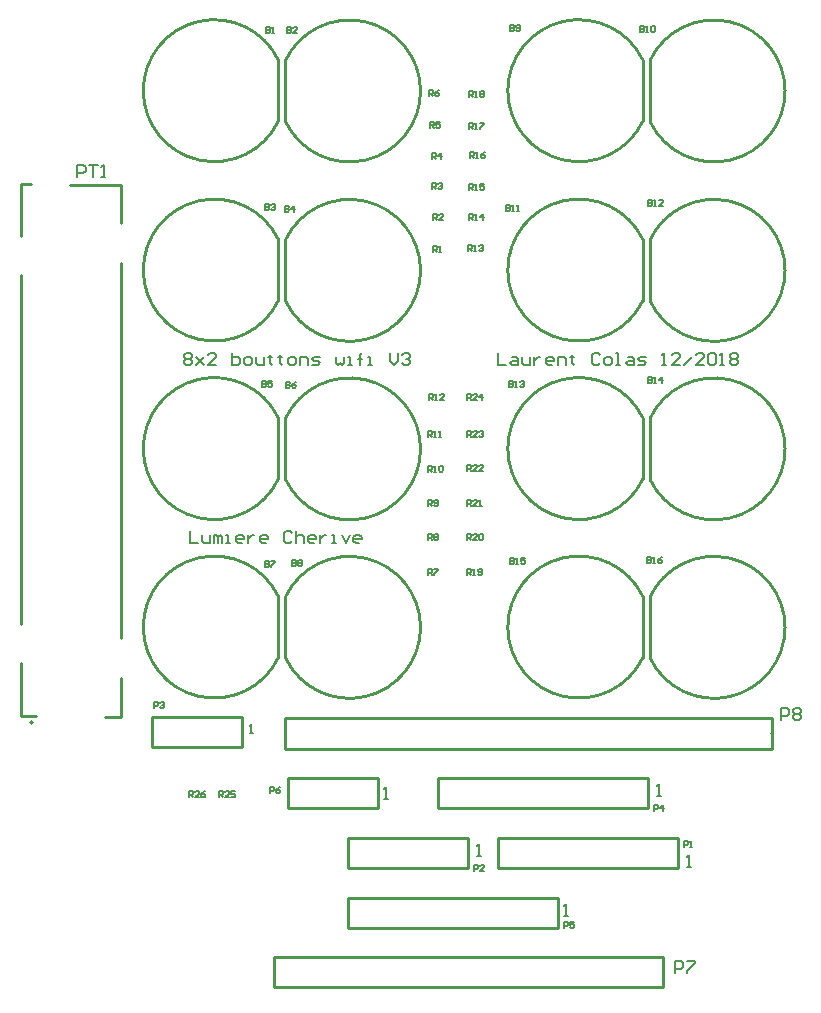
<source format=gto>
G04 Layer_Color=65535*
%FSLAX23Y23*%
%MOIN*%
G70*
G01*
G75*
%ADD12C,0.010*%
%ADD24C,0.006*%
%ADD25C,0.007*%
%ADD26C,0.008*%
D12*
X4195Y4815D02*
G03*
X4194Y5020I213J103D01*
G01*
X4170Y5022D02*
G03*
X4171Y4817I-213J-103D01*
G01*
X4195Y5410D02*
G03*
X4194Y5615I213J103D01*
G01*
X4170Y5617D02*
G03*
X4171Y5412I-213J-103D01*
G01*
X4195Y6005D02*
G03*
X4194Y6210I213J103D01*
G01*
X4170Y6212D02*
G03*
X4171Y6007I-213J-103D01*
G01*
X4195Y6603D02*
G03*
X4194Y6808I213J103D01*
G01*
X4170Y6810D02*
G03*
X4171Y6605I-213J-103D01*
G01*
X2980Y4815D02*
G03*
X2979Y5020I213J103D01*
G01*
X2955Y5022D02*
G03*
X2956Y4817I-213J-103D01*
G01*
X2980Y5410D02*
G03*
X2979Y5615I213J103D01*
G01*
X2955Y5617D02*
G03*
X2956Y5412I-213J-103D01*
G01*
X2980Y6005D02*
G03*
X2979Y6210I213J103D01*
G01*
X2955Y6212D02*
G03*
X2956Y6007I-213J-103D01*
G01*
X2980Y6603D02*
G03*
X2979Y6808I213J103D01*
G01*
X2955Y6810D02*
G03*
X2956Y6605I-213J-103D01*
G01*
X4237Y3718D02*
Y3820D01*
X2942D02*
X4237D01*
X2942Y3718D02*
Y3820D01*
Y3718D02*
X4237D01*
X4599Y4565D02*
X4600Y4564D01*
Y4513D02*
Y4564D01*
X2978Y4513D02*
X4600D01*
X2978D02*
Y4615D01*
X4600D01*
Y4564D02*
Y4615D01*
X2535Y4570D02*
Y4620D01*
X2835D01*
Y4520D02*
Y4620D01*
X2535Y4520D02*
X2835D01*
X2535D02*
Y4570D01*
X2989Y4365D02*
Y4415D01*
X3289D01*
Y4315D02*
Y4415D01*
X2989Y4315D02*
X3289D01*
X2989D02*
Y4365D01*
X3489Y4415D02*
X4189D01*
Y4315D02*
Y4415D01*
X3489Y4315D02*
X4189D01*
X3489D02*
Y4415D01*
X3189Y4015D02*
X3889D01*
Y3915D02*
Y4015D01*
X3189Y3915D02*
X3889D01*
X3189D02*
Y4015D01*
Y4115D02*
Y4215D01*
Y4115D02*
X3589D01*
Y4215D01*
X3189D02*
X3589D01*
X3689D02*
X4289D01*
Y4115D02*
Y4215D01*
X3689Y4115D02*
X4289D01*
X3689D02*
Y4215D01*
X4194Y4918D02*
Y5020D01*
Y4815D02*
Y4918D01*
X4171D02*
Y5022D01*
Y4817D02*
Y4918D01*
X4194Y5513D02*
Y5615D01*
Y5410D02*
Y5513D01*
X4171D02*
Y5617D01*
Y5412D02*
Y5513D01*
X4194Y6108D02*
Y6210D01*
Y6005D02*
Y6108D01*
X4171D02*
Y6212D01*
Y6007D02*
Y6108D01*
X4194Y6707D02*
Y6808D01*
Y6603D02*
Y6707D01*
X4171D02*
Y6810D01*
Y6605D02*
Y6707D01*
X2979Y4918D02*
Y5020D01*
Y4815D02*
Y4918D01*
X2956D02*
Y5022D01*
Y4817D02*
Y4918D01*
X2979Y5513D02*
Y5615D01*
Y5410D02*
Y5513D01*
X2956D02*
Y5617D01*
Y5412D02*
Y5513D01*
X2979Y6108D02*
Y6210D01*
Y6005D02*
Y6108D01*
X2956D02*
Y6212D01*
Y6007D02*
Y6108D01*
X2979Y6707D02*
Y6808D01*
Y6603D02*
Y6707D01*
X2956D02*
Y6810D01*
Y6605D02*
Y6707D01*
X2098Y4622D02*
Y4798D01*
Y4622D02*
X2148D01*
X2098Y4930D02*
Y6091D01*
Y6221D02*
Y6396D01*
X2132D01*
X2262Y6394D02*
X2430D01*
X2431Y4620D02*
Y4749D01*
X2378Y4620D02*
X2431D01*
Y4881D02*
X2432Y6132D01*
X2430Y6266D02*
Y6394D01*
D24*
X2138Y4602D02*
G03*
X2138Y4602I-5J0D01*
G01*
D25*
X2642Y5826D02*
X2649Y5833D01*
X2662D01*
X2669Y5826D01*
Y5820D01*
X2662Y5813D01*
X2669Y5806D01*
Y5800D01*
X2662Y5793D01*
X2649D01*
X2642Y5800D01*
Y5806D01*
X2649Y5813D01*
X2642Y5820D01*
Y5826D01*
X2649Y5813D02*
X2662D01*
X2682Y5820D02*
X2709Y5793D01*
X2695Y5806D01*
X2709Y5820D01*
X2682Y5793D01*
X2749D02*
X2722D01*
X2749Y5820D01*
Y5826D01*
X2742Y5833D01*
X2729D01*
X2722Y5826D01*
X2802Y5833D02*
Y5793D01*
X2822D01*
X2829Y5800D01*
Y5806D01*
Y5813D01*
X2822Y5820D01*
X2802D01*
X2849Y5793D02*
X2862D01*
X2869Y5800D01*
Y5813D01*
X2862Y5820D01*
X2849D01*
X2842Y5813D01*
Y5800D01*
X2849Y5793D01*
X2882Y5820D02*
Y5800D01*
X2889Y5793D01*
X2909D01*
Y5820D01*
X2929Y5826D02*
Y5820D01*
X2922D01*
X2935D01*
X2929D01*
Y5800D01*
X2935Y5793D01*
X2962Y5826D02*
Y5820D01*
X2955D01*
X2969D01*
X2962D01*
Y5800D01*
X2969Y5793D01*
X2995D02*
X3009D01*
X3015Y5800D01*
Y5813D01*
X3009Y5820D01*
X2995D01*
X2989Y5813D01*
Y5800D01*
X2995Y5793D01*
X3029D02*
Y5820D01*
X3049D01*
X3055Y5813D01*
Y5793D01*
X3069D02*
X3089D01*
X3095Y5800D01*
X3089Y5806D01*
X3075D01*
X3069Y5813D01*
X3075Y5820D01*
X3095D01*
X3149D02*
Y5800D01*
X3155Y5793D01*
X3162Y5800D01*
X3168Y5793D01*
X3175Y5800D01*
Y5820D01*
X3188Y5793D02*
X3202D01*
X3195D01*
Y5820D01*
X3188D01*
X3228Y5793D02*
Y5826D01*
Y5813D01*
X3222D01*
X3235D01*
X3228D01*
Y5826D01*
X3235Y5833D01*
X3255Y5793D02*
X3268D01*
X3262D01*
Y5820D01*
X3255D01*
X3328Y5833D02*
Y5806D01*
X3342Y5793D01*
X3355Y5806D01*
Y5833D01*
X3368Y5826D02*
X3375Y5833D01*
X3388D01*
X3395Y5826D01*
Y5820D01*
X3388Y5813D01*
X3382D01*
X3388D01*
X3395Y5806D01*
Y5800D01*
X3388Y5793D01*
X3375D01*
X3368Y5800D01*
X3688Y5833D02*
Y5793D01*
X3715D01*
X3735Y5820D02*
X3748D01*
X3755Y5813D01*
Y5793D01*
X3735D01*
X3728Y5800D01*
X3735Y5806D01*
X3755D01*
X3768Y5820D02*
Y5800D01*
X3775Y5793D01*
X3795D01*
Y5820D01*
X3808D02*
Y5793D01*
Y5806D01*
X3815Y5813D01*
X3822Y5820D01*
X3828D01*
X3868Y5793D02*
X3855D01*
X3848Y5800D01*
Y5813D01*
X3855Y5820D01*
X3868D01*
X3875Y5813D01*
Y5806D01*
X3848D01*
X3888Y5793D02*
Y5820D01*
X3908D01*
X3915Y5813D01*
Y5793D01*
X3935Y5826D02*
Y5820D01*
X3928D01*
X3942D01*
X3935D01*
Y5800D01*
X3942Y5793D01*
X4028Y5826D02*
X4022Y5833D01*
X4008D01*
X4002Y5826D01*
Y5800D01*
X4008Y5793D01*
X4022D01*
X4028Y5800D01*
X4048Y5793D02*
X4062D01*
X4068Y5800D01*
Y5813D01*
X4062Y5820D01*
X4048D01*
X4042Y5813D01*
Y5800D01*
X4048Y5793D01*
X4082D02*
X4095D01*
X4088D01*
Y5833D01*
X4082D01*
X4122Y5820D02*
X4135D01*
X4142Y5813D01*
Y5793D01*
X4122D01*
X4115Y5800D01*
X4122Y5806D01*
X4142D01*
X4155Y5793D02*
X4175D01*
X4182Y5800D01*
X4175Y5806D01*
X4162D01*
X4155Y5813D01*
X4162Y5820D01*
X4182D01*
X4235Y5793D02*
X4248D01*
X4241D01*
Y5833D01*
X4235Y5826D01*
X4295Y5793D02*
X4268D01*
X4295Y5820D01*
Y5826D01*
X4288Y5833D01*
X4275D01*
X4268Y5826D01*
X4308Y5793D02*
X4335Y5820D01*
X4375Y5793D02*
X4348D01*
X4375Y5820D01*
Y5826D01*
X4368Y5833D01*
X4355D01*
X4348Y5826D01*
X4388D02*
X4395Y5833D01*
X4408D01*
X4415Y5826D01*
Y5800D01*
X4408Y5793D01*
X4395D01*
X4388Y5800D01*
Y5826D01*
X4428Y5793D02*
X4441D01*
X4435D01*
Y5833D01*
X4428Y5826D01*
X4461D02*
X4468Y5833D01*
X4481D01*
X4488Y5826D01*
Y5820D01*
X4481Y5813D01*
X4488Y5806D01*
Y5800D01*
X4481Y5793D01*
X4468D01*
X4461Y5800D01*
Y5806D01*
X4468Y5813D01*
X4461Y5820D01*
Y5826D01*
X4468Y5813D02*
X4481D01*
X2660Y5240D02*
Y5200D01*
X2687D01*
X2700Y5227D02*
Y5207D01*
X2707Y5200D01*
X2727D01*
Y5227D01*
X2740Y5200D02*
Y5227D01*
X2747D01*
X2753Y5220D01*
Y5200D01*
Y5220D01*
X2760Y5227D01*
X2767Y5220D01*
Y5200D01*
X2780D02*
X2793D01*
X2787D01*
Y5227D01*
X2780D01*
X2833Y5200D02*
X2820D01*
X2813Y5207D01*
Y5220D01*
X2820Y5227D01*
X2833D01*
X2840Y5220D01*
Y5213D01*
X2813D01*
X2853Y5227D02*
Y5200D01*
Y5213D01*
X2860Y5220D01*
X2867Y5227D01*
X2873D01*
X2913Y5200D02*
X2900D01*
X2893Y5207D01*
Y5220D01*
X2900Y5227D01*
X2913D01*
X2920Y5220D01*
Y5213D01*
X2893D01*
X3000Y5233D02*
X2993Y5240D01*
X2980D01*
X2973Y5233D01*
Y5207D01*
X2980Y5200D01*
X2993D01*
X3000Y5207D01*
X3013Y5240D02*
Y5200D01*
Y5220D01*
X3020Y5227D01*
X3033D01*
X3040Y5220D01*
Y5200D01*
X3073D02*
X3060D01*
X3053Y5207D01*
Y5220D01*
X3060Y5227D01*
X3073D01*
X3080Y5220D01*
Y5213D01*
X3053D01*
X3093Y5227D02*
Y5200D01*
Y5213D01*
X3100Y5220D01*
X3107Y5227D01*
X3113D01*
X3133Y5200D02*
X3147D01*
X3140D01*
Y5227D01*
X3133D01*
X3167D02*
X3180Y5200D01*
X3193Y5227D01*
X3226Y5200D02*
X3213D01*
X3206Y5207D01*
Y5220D01*
X3213Y5227D01*
X3226D01*
X3233Y5220D01*
Y5213D01*
X3206D01*
D26*
X2929Y4365D02*
Y4385D01*
X2939D01*
X2942Y4382D01*
Y4375D01*
X2939Y4372D01*
X2929D01*
X2962Y4385D02*
X2956Y4382D01*
X2949Y4375D01*
Y4368D01*
X2952Y4365D01*
X2959D01*
X2962Y4368D01*
Y4372D01*
X2959Y4375D01*
X2949D01*
X4209Y4305D02*
Y4325D01*
X4219D01*
X4222Y4322D01*
Y4315D01*
X4219Y4312D01*
X4209D01*
X4239Y4305D02*
Y4325D01*
X4229Y4315D01*
X4242D01*
X4630Y4610D02*
Y4650D01*
X4650D01*
X4657Y4643D01*
Y4630D01*
X4650Y4623D01*
X4630D01*
X4670Y4643D02*
X4677Y4650D01*
X4690D01*
X4697Y4643D01*
Y4637D01*
X4690Y4630D01*
X4697Y4623D01*
Y4617D01*
X4690Y4610D01*
X4677D01*
X4670Y4617D01*
Y4623D01*
X4677Y4630D01*
X4670Y4637D01*
Y4643D01*
X4677Y4630D02*
X4690D01*
X4279Y3765D02*
Y3805D01*
X4299D01*
X4306Y3798D01*
Y3785D01*
X4299Y3778D01*
X4279D01*
X4319Y3805D02*
X4346D01*
Y3798D01*
X4319Y3772D01*
Y3765D01*
X2659Y4351D02*
Y4371D01*
X2669D01*
X2672Y4368D01*
Y4361D01*
X2669Y4358D01*
X2659D01*
X2666D02*
X2672Y4351D01*
X2692D02*
X2679D01*
X2692Y4364D01*
Y4368D01*
X2689Y4371D01*
X2682D01*
X2679Y4368D01*
X2712Y4371D02*
X2706Y4368D01*
X2699Y4361D01*
Y4354D01*
X2702Y4351D01*
X2709D01*
X2712Y4354D01*
Y4358D01*
X2709Y4361D01*
X2699D01*
X2759Y4351D02*
Y4371D01*
X2769D01*
X2772Y4368D01*
Y4361D01*
X2769Y4358D01*
X2759D01*
X2766D02*
X2772Y4351D01*
X2792D02*
X2779D01*
X2792Y4364D01*
Y4368D01*
X2789Y4371D01*
X2782D01*
X2779Y4368D01*
X2812Y4371D02*
X2799D01*
Y4361D01*
X2806Y4364D01*
X2809D01*
X2812Y4361D01*
Y4354D01*
X2809Y4351D01*
X2802D01*
X2799Y4354D01*
X3586Y5676D02*
Y5696D01*
X3596D01*
X3599Y5693D01*
Y5686D01*
X3596Y5683D01*
X3586D01*
X3593D02*
X3599Y5676D01*
X3619D02*
X3606D01*
X3619Y5689D01*
Y5693D01*
X3616Y5696D01*
X3609D01*
X3606Y5693D01*
X3636Y5676D02*
Y5696D01*
X3626Y5686D01*
X3639D01*
X3586Y5553D02*
Y5573D01*
X3596D01*
X3599Y5570D01*
Y5563D01*
X3596Y5560D01*
X3586D01*
X3593D02*
X3599Y5553D01*
X3619D02*
X3606D01*
X3619Y5566D01*
Y5570D01*
X3616Y5573D01*
X3609D01*
X3606Y5570D01*
X3626D02*
X3629Y5573D01*
X3636D01*
X3639Y5570D01*
Y5566D01*
X3636Y5563D01*
X3633D01*
X3636D01*
X3639Y5560D01*
Y5556D01*
X3636Y5553D01*
X3629D01*
X3626Y5556D01*
X3586Y5439D02*
Y5459D01*
X3596D01*
X3599Y5456D01*
Y5449D01*
X3596Y5446D01*
X3586D01*
X3593D02*
X3599Y5439D01*
X3619D02*
X3606D01*
X3619Y5452D01*
Y5456D01*
X3616Y5459D01*
X3609D01*
X3606Y5456D01*
X3639Y5439D02*
X3626D01*
X3639Y5452D01*
Y5456D01*
X3636Y5459D01*
X3629D01*
X3626Y5456D01*
X3586Y5323D02*
Y5343D01*
X3596D01*
X3599Y5340D01*
Y5333D01*
X3596Y5330D01*
X3586D01*
X3593D02*
X3599Y5323D01*
X3619D02*
X3606D01*
X3619Y5336D01*
Y5340D01*
X3616Y5343D01*
X3609D01*
X3606Y5340D01*
X3626Y5323D02*
X3633D01*
X3629D01*
Y5343D01*
X3626Y5340D01*
X3586Y5208D02*
Y5228D01*
X3596D01*
X3599Y5225D01*
Y5218D01*
X3596Y5215D01*
X3586D01*
X3592D02*
X3599Y5208D01*
X3619D02*
X3606D01*
X3619Y5221D01*
Y5225D01*
X3616Y5228D01*
X3609D01*
X3606Y5225D01*
X3626D02*
X3629Y5228D01*
X3636D01*
X3639Y5225D01*
Y5211D01*
X3636Y5208D01*
X3629D01*
X3626Y5211D01*
Y5225D01*
X3586Y5094D02*
Y5114D01*
X3596D01*
X3599Y5110D01*
Y5104D01*
X3596Y5100D01*
X3586D01*
X3592D02*
X3599Y5094D01*
X3606D02*
X3612D01*
X3609D01*
Y5114D01*
X3606Y5110D01*
X3622Y5097D02*
X3626Y5094D01*
X3632D01*
X3636Y5097D01*
Y5110D01*
X3632Y5114D01*
X3626D01*
X3622Y5110D01*
Y5107D01*
X3626Y5104D01*
X3636D01*
X3590Y6687D02*
Y6707D01*
X3600D01*
X3603Y6704D01*
Y6697D01*
X3600Y6694D01*
X3590D01*
X3597D02*
X3603Y6687D01*
X3610D02*
X3617D01*
X3613D01*
Y6707D01*
X3610Y6704D01*
X3627D02*
X3630Y6707D01*
X3637D01*
X3640Y6704D01*
Y6700D01*
X3637Y6697D01*
X3640Y6694D01*
Y6690D01*
X3637Y6687D01*
X3630D01*
X3627Y6690D01*
Y6694D01*
X3630Y6697D01*
X3627Y6700D01*
Y6704D01*
X3630Y6697D02*
X3637D01*
X3590Y6580D02*
Y6600D01*
X3600D01*
X3603Y6597D01*
Y6590D01*
X3600Y6587D01*
X3590D01*
X3597D02*
X3603Y6580D01*
X3610D02*
X3617D01*
X3613D01*
Y6600D01*
X3610Y6597D01*
X3627Y6600D02*
X3640D01*
Y6597D01*
X3627Y6583D01*
Y6580D01*
X3595Y6483D02*
Y6503D01*
X3605D01*
X3608Y6500D01*
Y6493D01*
X3605Y6490D01*
X3595D01*
X3602D02*
X3608Y6483D01*
X3615D02*
X3622D01*
X3618D01*
Y6503D01*
X3615Y6500D01*
X3645Y6503D02*
X3638Y6500D01*
X3632Y6493D01*
Y6486D01*
X3635Y6483D01*
X3642D01*
X3645Y6486D01*
Y6490D01*
X3642Y6493D01*
X3632D01*
X3590Y6375D02*
Y6395D01*
X3600D01*
X3603Y6392D01*
Y6385D01*
X3600Y6382D01*
X3590D01*
X3597D02*
X3603Y6375D01*
X3610D02*
X3617D01*
X3613D01*
Y6395D01*
X3610Y6392D01*
X3640Y6395D02*
X3627D01*
Y6385D01*
X3633Y6388D01*
X3637D01*
X3640Y6385D01*
Y6378D01*
X3637Y6375D01*
X3630D01*
X3627Y6378D01*
X3590Y6275D02*
Y6295D01*
X3600D01*
X3603Y6292D01*
Y6285D01*
X3600Y6282D01*
X3590D01*
X3597D02*
X3603Y6275D01*
X3610D02*
X3617D01*
X3613D01*
Y6295D01*
X3610Y6292D01*
X3637Y6275D02*
Y6295D01*
X3627Y6285D01*
X3640D01*
X3587Y6173D02*
Y6193D01*
X3597D01*
X3600Y6190D01*
Y6183D01*
X3597Y6180D01*
X3587D01*
X3594D02*
X3600Y6173D01*
X3607D02*
X3614D01*
X3610D01*
Y6193D01*
X3607Y6190D01*
X3624D02*
X3627Y6193D01*
X3634D01*
X3637Y6190D01*
Y6187D01*
X3634Y6183D01*
X3630D01*
X3634D01*
X3637Y6180D01*
Y6177D01*
X3634Y6173D01*
X3627D01*
X3624Y6177D01*
X3457Y5676D02*
Y5696D01*
X3467D01*
X3470Y5692D01*
Y5686D01*
X3467Y5682D01*
X3457D01*
X3463D02*
X3470Y5676D01*
X3477D02*
X3483D01*
X3480D01*
Y5696D01*
X3477Y5692D01*
X3507Y5676D02*
X3493D01*
X3507Y5689D01*
Y5692D01*
X3503Y5696D01*
X3497D01*
X3493Y5692D01*
X3455Y5554D02*
Y5574D01*
X3465D01*
X3469Y5570D01*
Y5564D01*
X3465Y5560D01*
X3455D01*
X3462D02*
X3469Y5554D01*
X3475D02*
X3482D01*
X3479D01*
Y5574D01*
X3475Y5570D01*
X3492Y5554D02*
X3499D01*
X3495D01*
Y5574D01*
X3492Y5570D01*
X3455Y5437D02*
Y5457D01*
X3465D01*
X3469Y5454D01*
Y5447D01*
X3465Y5444D01*
X3455D01*
X3462D02*
X3469Y5437D01*
X3475D02*
X3482D01*
X3479D01*
Y5457D01*
X3475Y5454D01*
X3492D02*
X3495Y5457D01*
X3502D01*
X3505Y5454D01*
Y5441D01*
X3502Y5437D01*
X3495D01*
X3492Y5441D01*
Y5454D01*
X3455Y5323D02*
Y5343D01*
X3465D01*
X3469Y5340D01*
Y5333D01*
X3465Y5330D01*
X3455D01*
X3462D02*
X3469Y5323D01*
X3475Y5327D02*
X3479Y5323D01*
X3485D01*
X3489Y5327D01*
Y5340D01*
X3485Y5343D01*
X3479D01*
X3475Y5340D01*
Y5337D01*
X3479Y5333D01*
X3489D01*
X3456Y5209D02*
Y5229D01*
X3466D01*
X3469Y5226D01*
Y5219D01*
X3466Y5216D01*
X3456D01*
X3463D02*
X3469Y5209D01*
X3476Y5226D02*
X3479Y5229D01*
X3486D01*
X3489Y5226D01*
Y5222D01*
X3486Y5219D01*
X3489Y5216D01*
Y5212D01*
X3486Y5209D01*
X3479D01*
X3476Y5212D01*
Y5216D01*
X3479Y5219D01*
X3476Y5222D01*
Y5226D01*
X3479Y5219D02*
X3486D01*
X3456Y5093D02*
Y5113D01*
X3466D01*
X3469Y5110D01*
Y5103D01*
X3466Y5100D01*
X3456D01*
X3463D02*
X3469Y5093D01*
X3476Y5113D02*
X3489D01*
Y5110D01*
X3476Y5096D01*
Y5093D01*
X3459Y6690D02*
Y6710D01*
X3469D01*
X3472Y6707D01*
Y6700D01*
X3469Y6697D01*
X3459D01*
X3465D02*
X3472Y6690D01*
X3492Y6710D02*
X3485Y6707D01*
X3479Y6700D01*
Y6694D01*
X3482Y6690D01*
X3489D01*
X3492Y6694D01*
Y6697D01*
X3489Y6700D01*
X3479D01*
X3460Y6584D02*
Y6604D01*
X3470D01*
X3473Y6601D01*
Y6594D01*
X3470Y6591D01*
X3460D01*
X3467D02*
X3473Y6584D01*
X3493Y6604D02*
X3480D01*
Y6594D01*
X3487Y6597D01*
X3490D01*
X3493Y6594D01*
Y6587D01*
X3490Y6584D01*
X3483D01*
X3480Y6587D01*
X3467Y6480D02*
Y6500D01*
X3477D01*
X3480Y6497D01*
Y6490D01*
X3477Y6487D01*
X3467D01*
X3473D02*
X3480Y6480D01*
X3497D02*
Y6500D01*
X3487Y6490D01*
X3500D01*
X3467Y6378D02*
Y6398D01*
X3477D01*
X3480Y6395D01*
Y6388D01*
X3477Y6385D01*
X3467D01*
X3473D02*
X3480Y6378D01*
X3487Y6395D02*
X3490Y6398D01*
X3497D01*
X3500Y6395D01*
Y6392D01*
X3497Y6388D01*
X3493D01*
X3497D01*
X3500Y6385D01*
Y6382D01*
X3497Y6378D01*
X3490D01*
X3487Y6382D01*
X3471Y6275D02*
Y6295D01*
X3481D01*
X3484Y6292D01*
Y6285D01*
X3481Y6282D01*
X3471D01*
X3478D02*
X3484Y6275D01*
X3504D02*
X3491D01*
X3504Y6288D01*
Y6292D01*
X3501Y6295D01*
X3494D01*
X3491Y6292D01*
X3470Y6170D02*
Y6190D01*
X3480D01*
X3483Y6187D01*
Y6180D01*
X3480Y6177D01*
X3470D01*
X3477D02*
X3483Y6170D01*
X3490D02*
X3497D01*
X3493D01*
Y6190D01*
X3490Y6187D01*
X3909Y3915D02*
Y3935D01*
X3919D01*
X3922Y3932D01*
Y3925D01*
X3919Y3922D01*
X3909D01*
X3942Y3935D02*
X3929D01*
Y3925D01*
X3936Y3928D01*
X3939D01*
X3942Y3925D01*
Y3918D01*
X3939Y3915D01*
X3932D01*
X3929Y3918D01*
X2540Y4650D02*
Y4670D01*
X2550D01*
X2553Y4667D01*
Y4660D01*
X2550Y4657D01*
X2540D01*
X2560Y4667D02*
X2563Y4670D01*
X2570D01*
X2573Y4667D01*
Y4663D01*
X2570Y4660D01*
X2567D01*
X2570D01*
X2573Y4657D01*
Y4653D01*
X2570Y4650D01*
X2563D01*
X2560Y4653D01*
X3609Y4105D02*
Y4125D01*
X3619D01*
X3622Y4122D01*
Y4115D01*
X3619Y4112D01*
X3609D01*
X3642Y4105D02*
X3629D01*
X3642Y4118D01*
Y4122D01*
X3639Y4125D01*
X3632D01*
X3629Y4122D01*
X4309Y4185D02*
Y4205D01*
X4319D01*
X4322Y4202D01*
Y4195D01*
X4319Y4192D01*
X4309D01*
X4329Y4185D02*
X4336D01*
X4332D01*
Y4205D01*
X4329Y4202D01*
X4185Y5153D02*
Y5133D01*
X4195D01*
X4198Y5137D01*
Y5140D01*
X4195Y5143D01*
X4185D01*
X4195D01*
X4198Y5147D01*
Y5150D01*
X4195Y5153D01*
X4185D01*
X4205Y5133D02*
X4212D01*
X4208D01*
Y5153D01*
X4205Y5150D01*
X4235Y5153D02*
X4228Y5150D01*
X4222Y5143D01*
Y5137D01*
X4225Y5133D01*
X4232D01*
X4235Y5137D01*
Y5140D01*
X4232Y5143D01*
X4222D01*
X3727Y5150D02*
Y5130D01*
X3737D01*
X3741Y5133D01*
Y5137D01*
X3737Y5140D01*
X3727D01*
X3737D01*
X3741Y5143D01*
Y5147D01*
X3737Y5150D01*
X3727D01*
X3747Y5130D02*
X3754D01*
X3751D01*
Y5150D01*
X3747Y5147D01*
X3777Y5150D02*
X3764D01*
Y5140D01*
X3771Y5143D01*
X3774D01*
X3777Y5140D01*
Y5133D01*
X3774Y5130D01*
X3767D01*
X3764Y5133D01*
X4189Y5753D02*
Y5733D01*
X4199D01*
X4202Y5737D01*
Y5740D01*
X4199Y5743D01*
X4189D01*
X4199D01*
X4202Y5747D01*
Y5750D01*
X4199Y5753D01*
X4189D01*
X4209Y5733D02*
X4216D01*
X4212D01*
Y5753D01*
X4209Y5750D01*
X4236Y5733D02*
Y5753D01*
X4226Y5743D01*
X4239D01*
X3723Y5738D02*
Y5718D01*
X3733D01*
X3737Y5721D01*
Y5725D01*
X3733Y5728D01*
X3723D01*
X3733D01*
X3737Y5731D01*
Y5735D01*
X3733Y5738D01*
X3723D01*
X3743Y5718D02*
X3750D01*
X3747D01*
Y5738D01*
X3743Y5735D01*
X3760D02*
X3763Y5738D01*
X3770D01*
X3773Y5735D01*
Y5731D01*
X3770Y5728D01*
X3767D01*
X3770D01*
X3773Y5725D01*
Y5721D01*
X3770Y5718D01*
X3763D01*
X3760Y5721D01*
X4189Y6344D02*
Y6324D01*
X4199D01*
X4202Y6327D01*
Y6331D01*
X4199Y6334D01*
X4189D01*
X4199D01*
X4202Y6337D01*
Y6341D01*
X4199Y6344D01*
X4189D01*
X4209Y6324D02*
X4216D01*
X4212D01*
Y6344D01*
X4209Y6341D01*
X4239Y6324D02*
X4226D01*
X4239Y6337D01*
Y6341D01*
X4236Y6344D01*
X4229D01*
X4226Y6341D01*
X3715Y6325D02*
Y6305D01*
X3725D01*
X3729Y6308D01*
Y6312D01*
X3725Y6315D01*
X3715D01*
X3725D01*
X3729Y6318D01*
Y6322D01*
X3725Y6325D01*
X3715D01*
X3735Y6305D02*
X3742D01*
X3739D01*
Y6325D01*
X3735Y6322D01*
X3752Y6305D02*
X3759D01*
X3755D01*
Y6325D01*
X3752Y6322D01*
X4161Y6922D02*
Y6902D01*
X4171D01*
X4175Y6906D01*
Y6909D01*
X4171Y6912D01*
X4161D01*
X4171D01*
X4175Y6916D01*
Y6919D01*
X4171Y6922D01*
X4161D01*
X4181Y6902D02*
X4188D01*
X4185D01*
Y6922D01*
X4181Y6919D01*
X4198D02*
X4201Y6922D01*
X4208D01*
X4211Y6919D01*
Y6906D01*
X4208Y6902D01*
X4201D01*
X4198Y6906D01*
Y6919D01*
X3727Y6925D02*
Y6905D01*
X3737D01*
X3740Y6908D01*
Y6912D01*
X3737Y6915D01*
X3727D01*
X3737D01*
X3740Y6918D01*
Y6922D01*
X3737Y6925D01*
X3727D01*
X3747Y6908D02*
X3750Y6905D01*
X3757D01*
X3760Y6908D01*
Y6922D01*
X3757Y6925D01*
X3750D01*
X3747Y6922D01*
Y6918D01*
X3750Y6915D01*
X3760D01*
X3000Y5142D02*
Y5122D01*
X3010D01*
X3013Y5125D01*
Y5129D01*
X3010Y5132D01*
X3000D01*
X3010D01*
X3013Y5135D01*
Y5139D01*
X3010Y5142D01*
X3000D01*
X3020Y5139D02*
X3023Y5142D01*
X3030D01*
X3033Y5139D01*
Y5135D01*
X3030Y5132D01*
X3033Y5129D01*
Y5125D01*
X3030Y5122D01*
X3023D01*
X3020Y5125D01*
Y5129D01*
X3023Y5132D01*
X3020Y5135D01*
Y5139D01*
X3023Y5132D02*
X3030D01*
X2910Y5140D02*
Y5120D01*
X2920D01*
X2923Y5123D01*
Y5127D01*
X2920Y5130D01*
X2910D01*
X2920D01*
X2923Y5133D01*
Y5137D01*
X2920Y5140D01*
X2910D01*
X2930D02*
X2943D01*
Y5137D01*
X2930Y5123D01*
Y5120D01*
X2982Y5737D02*
Y5717D01*
X2992D01*
X2995Y5721D01*
Y5724D01*
X2992Y5727D01*
X2982D01*
X2992D01*
X2995Y5731D01*
Y5734D01*
X2992Y5737D01*
X2982D01*
X3015D02*
X3008Y5734D01*
X3002Y5727D01*
Y5721D01*
X3005Y5717D01*
X3012D01*
X3015Y5721D01*
Y5724D01*
X3012Y5727D01*
X3002D01*
X2900Y5740D02*
Y5720D01*
X2910D01*
X2913Y5723D01*
Y5727D01*
X2910Y5730D01*
X2900D01*
X2910D01*
X2913Y5733D01*
Y5737D01*
X2910Y5740D01*
X2900D01*
X2933D02*
X2920D01*
Y5730D01*
X2927Y5733D01*
X2930D01*
X2933Y5730D01*
Y5723D01*
X2930Y5720D01*
X2923D01*
X2920Y5723D01*
X2978Y6324D02*
Y6304D01*
X2988D01*
X2991Y6308D01*
Y6311D01*
X2988Y6314D01*
X2978D01*
X2988D01*
X2991Y6318D01*
Y6321D01*
X2988Y6324D01*
X2978D01*
X3008Y6304D02*
Y6324D01*
X2998Y6314D01*
X3011D01*
X2910Y6330D02*
Y6310D01*
X2920D01*
X2923Y6313D01*
Y6317D01*
X2920Y6320D01*
X2910D01*
X2920D01*
X2923Y6323D01*
Y6327D01*
X2920Y6330D01*
X2910D01*
X2930Y6327D02*
X2933Y6330D01*
X2940D01*
X2943Y6327D01*
Y6323D01*
X2940Y6320D01*
X2937D01*
X2940D01*
X2943Y6317D01*
Y6313D01*
X2940Y6310D01*
X2933D01*
X2930Y6313D01*
X2985Y6920D02*
Y6900D01*
X2995D01*
X2998Y6903D01*
Y6907D01*
X2995Y6910D01*
X2985D01*
X2995D01*
X2998Y6913D01*
Y6917D01*
X2995Y6920D01*
X2985D01*
X3018Y6900D02*
X3005D01*
X3018Y6913D01*
Y6917D01*
X3015Y6920D01*
X3008D01*
X3005Y6917D01*
X2915Y6918D02*
Y6898D01*
X2925D01*
X2928Y6901D01*
Y6905D01*
X2925Y6908D01*
X2915D01*
X2925D01*
X2928Y6911D01*
Y6915D01*
X2925Y6918D01*
X2915D01*
X2935Y6898D02*
X2942D01*
X2938D01*
Y6918D01*
X2935Y6915D01*
X2286Y6419D02*
Y6459D01*
X2306D01*
X2313Y6452D01*
Y6439D01*
X2306Y6432D01*
X2286D01*
X2326Y6459D02*
X2353D01*
X2339D01*
Y6419D01*
X2366D02*
X2379D01*
X2373D01*
Y6459D01*
X2366Y6452D01*
X2860Y4565D02*
X2870D01*
X2865D01*
Y4595D01*
X2860Y4590D01*
X3309Y4345D02*
X3322D01*
X3316D01*
Y4385D01*
X3309Y4378D01*
X4219Y4355D02*
X4232D01*
X4226D01*
Y4395D01*
X4219Y4388D01*
X3909Y3955D02*
X3922D01*
X3916D01*
Y3995D01*
X3909Y3988D01*
X3619Y4155D02*
X3632D01*
X3626D01*
Y4195D01*
X3619Y4188D01*
X4319Y4120D02*
X4332D01*
X4326D01*
Y4160D01*
X4319Y4153D01*
M02*

</source>
